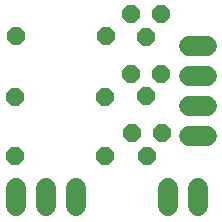
<source format=gts>
G75*
%MOIN*%
%OFA0B0*%
%FSLAX25Y25*%
%IPPOS*%
%LPD*%
%AMOC8*
5,1,8,0,0,1.08239X$1,22.5*
%
%ADD10C,0.06800*%
%ADD11OC8,0.06000*%
D10*
X0010894Y0007265D02*
X0010894Y0013265D01*
X0020894Y0013265D02*
X0020894Y0007265D01*
X0030894Y0007265D02*
X0030894Y0013265D01*
X0061564Y0012989D02*
X0061564Y0006989D01*
X0071564Y0006989D02*
X0071564Y0012989D01*
X0074485Y0030383D02*
X0068485Y0030383D01*
X0068485Y0040383D02*
X0074485Y0040383D01*
X0074485Y0050383D02*
X0068485Y0050383D01*
X0068485Y0060383D02*
X0074485Y0060383D01*
D11*
X0059241Y0051249D03*
X0054241Y0043749D03*
X0049241Y0051249D03*
X0040658Y0043611D03*
X0049635Y0031485D03*
X0054635Y0023985D03*
X0059635Y0031485D03*
X0040658Y0023847D03*
X0010658Y0023847D03*
X0010658Y0043611D03*
X0011052Y0063769D03*
X0041052Y0063769D03*
X0049241Y0071013D03*
X0054241Y0063513D03*
X0059241Y0071013D03*
M02*

</source>
